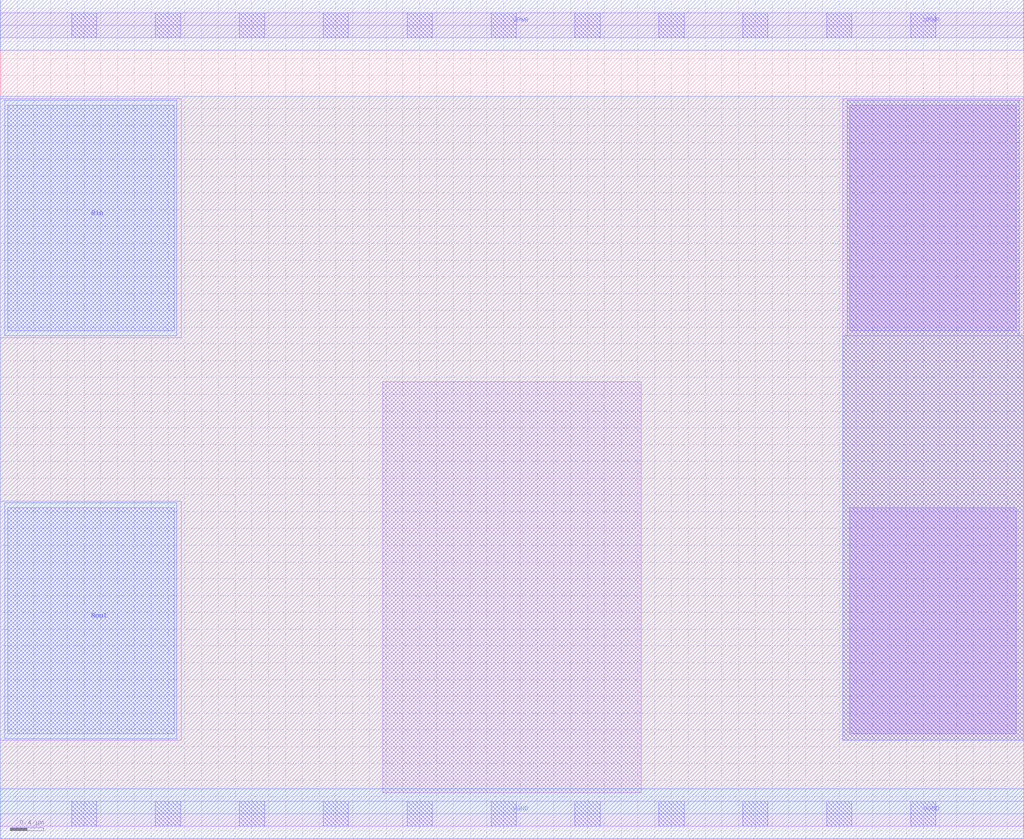
<source format=lef>
VERSION 5.7 ;
  NOWIREEXTENSIONATPIN ON ;
  DIVIDERCHAR "/" ;
  BUSBITCHARS "[]" ;
MACRO sky130_asc_res
  CLASS CORE ;
  FOREIGN sky130_asc_res ;
  ORIGIN 0.000 0.000 ;
  SIZE 12.200 BY 9.400 ;
  SITE unitasc ;
  PIN Rin
    DIRECTION INOUT ;
    PORT
      LAYER li1 ;
        RECT 0.000 5.675 2.160 8.525 ;
      LAYER mcon ;
        RECT 0.090 5.755 2.075 8.445 ;
      LAYER met1 ;
        RECT 0.055 5.695 2.105 8.505 ;
    END
  END Rin
  PIN Rout
    DIRECTION INOUT ;
    PORT
      LAYER li1 ;
        RECT 0.000 0.875 2.160 3.725 ;
      LAYER mcon ;
        RECT 0.090 0.955 2.075 3.645 ;
      LAYER met1 ;
        RECT 0.055 0.895 2.105 3.705 ;
    END
  END Rout
  PIN VPWR
    DIRECTION INOUT ;
    USE POWER ;
    PORT
      LAYER li1 ;
        RECT 0.000 9.250 12.200 9.550 ;
      LAYER mcon ;
        RECT 0.850 9.250 1.150 9.550 ;
        RECT 1.850 9.250 2.150 9.550 ;
        RECT 2.850 9.250 3.150 9.550 ;
        RECT 3.850 9.250 4.150 9.550 ;
        RECT 4.850 9.250 5.150 9.550 ;
        RECT 5.850 9.250 6.150 9.550 ;
        RECT 6.850 9.250 7.150 9.550 ;
        RECT 7.850 9.250 8.150 9.550 ;
        RECT 8.850 9.250 9.150 9.550 ;
        RECT 9.850 9.250 10.150 9.550 ;
        RECT 10.850 9.250 11.150 9.550 ;
      LAYER met1 ;
        RECT 0.000 9.100 12.200 9.700 ;
    END
  END VPWR
  PIN VGND
    DIRECTION INOUT ;
    USE GROUND ;
    PORT
      LAYER li1 ;
        RECT 0.000 -0.150 12.200 0.150 ;
      LAYER mcon ;
        RECT 0.850 -0.150 1.150 0.150 ;
        RECT 1.850 -0.150 2.150 0.150 ;
        RECT 2.850 -0.150 3.150 0.150 ;
        RECT 3.850 -0.150 4.150 0.150 ;
        RECT 4.850 -0.150 5.150 0.150 ;
        RECT 5.850 -0.150 6.150 0.150 ;
        RECT 6.850 -0.150 7.150 0.150 ;
        RECT 7.850 -0.150 8.150 0.150 ;
        RECT 8.850 -0.150 9.150 0.150 ;
        RECT 9.850 -0.150 10.150 0.150 ;
        RECT 10.850 -0.150 11.150 0.150 ;
      LAYER met1 ;
        RECT 0.000 -0.300 12.200 0.300 ;
    END
  END VGND
  OBS
      LAYER pwell ;
        RECT 0.000 0.000 12.200 8.550 ;
      LAYER li1 ;
        RECT 4.560 0.250 7.640 5.150 ;
        RECT 10.040 0.875 12.200 8.525 ;
      LAYER mcon ;
        RECT 10.125 5.755 12.110 8.445 ;
        RECT 10.125 0.955 12.110 3.645 ;
      LAYER met1 ;
        RECT 10.095 5.695 12.145 8.505 ;
        RECT 10.040 0.875 12.200 5.695 ;
  END
END sky130_asc_res
END LIBRARY


</source>
